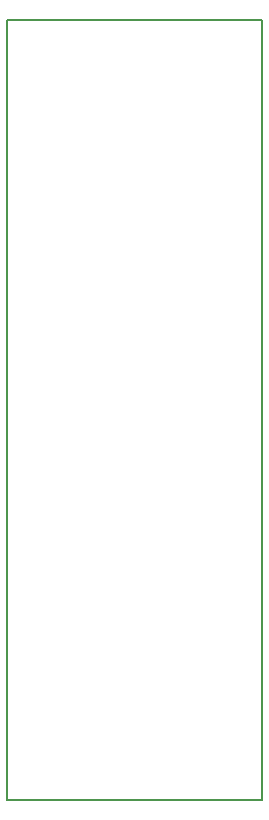
<source format=gbr>
G04 DesignSpark PCB Gerber Version 10.0 Build 5299*
%FSLAX35Y35*%
%MOIN*%
%ADD14C,0.00500*%
X0Y0D02*
D02*
D14*
X250Y260250D02*
X85250D01*
Y250D01*
X250D01*
Y260250D01*
X0Y0D02*
M02*

</source>
